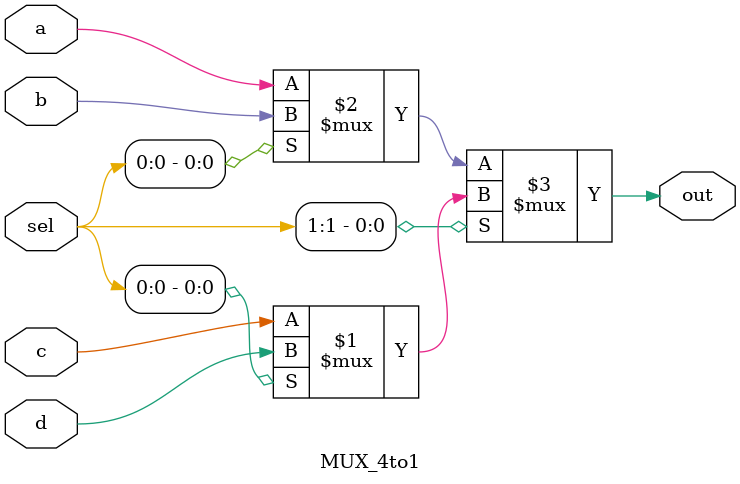
<source format=v>
module MUX_4to1 (
	input a,b,c,d,
	input [1:0] sel,
	output out);
	
	assign out = sel[1]
					? (sel[0]
							? d
							: c)
					: (sel[0]
							? b
							: a);
	
endmodule

</source>
